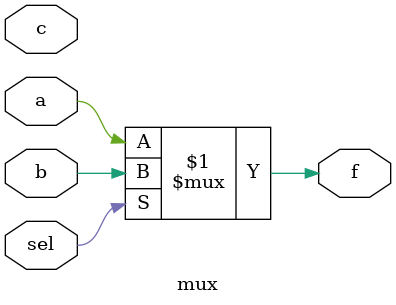
<source format=sv>
module mux
  (
    input logic a, b, c, sel,
    output logic f
  );
  assign f = sel ? b : a;
endmodule

</source>
